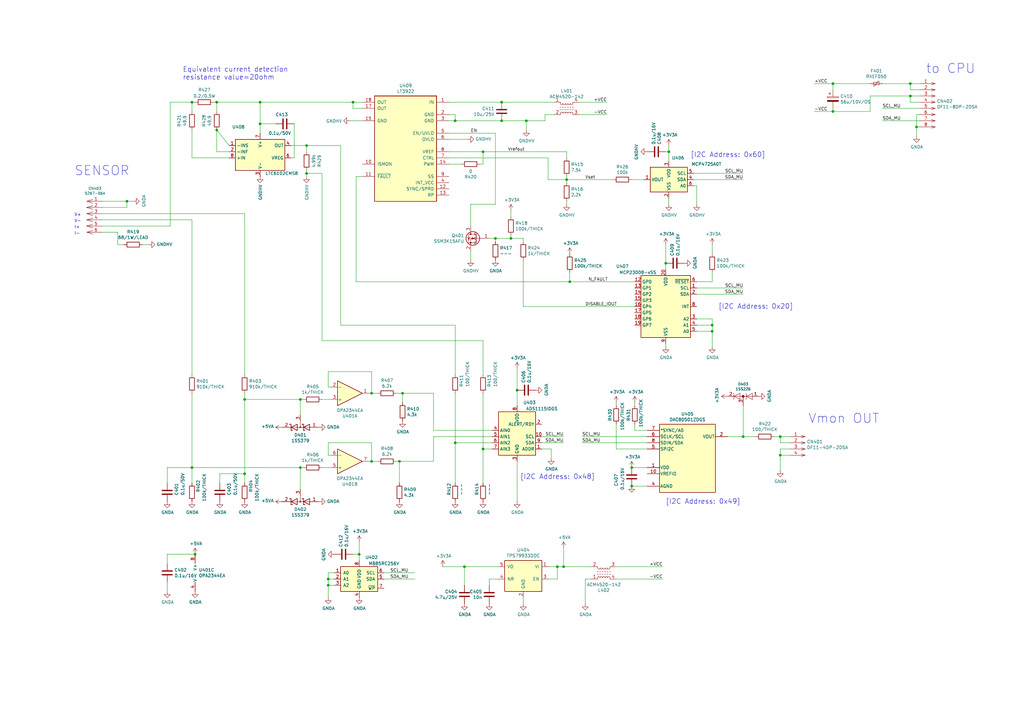
<source format=kicad_sch>
(kicad_sch (version 20211123) (generator eeschema)
  (paper "A3")
  (title_block (title "EH-900 L-He level meter") (date "2022-04-19") (rev "01") (company "Eagle Technology, Inc.") (comment 1 "Measurement") (comment 2 "DR20000195"))
  (lib_symbols
    (symbol "Amplifier_Current:LTC6102xMS8"
      (property "Reference" "U" (at -10.16 8.89 0))
      (property "Value" "LTC6102xMS8" (at 1.27 8.89 0))
      (symbol "LTC6102xMS8_1_1"
        (pin input line (at -12.7 5.08 0) (length 2.54) (name "-INS") (number "1"))
        (pin input line (at -12.7 2.54 0) (length 2.54) (name "-INF") (number "2"))
        (pin power_in line (at 0 -7.62 90) (length 2.54) (name "V-") (number "3"))
        (pin output line (at 12.7 5.08 180) (length 2.54) (name "OUT") (number "4"))
        (pin passive line (at 0 -7.62 90) (length 2.54) hide (name "V-") (number "5"))
        (pin output line (at 12.7 0 180) (length 2.54) (name "VREG") (number "6"))
        (pin power_in line (at 0 10.16 270) (length 2.54) (name "V+") (number "7"))
        (pin input line (at -12.7 0 0) (length 2.54) (name "+IN") (number "8"))
      )
    )
    (symbol "Device:C" (pin_numbers hide) (pin_names (offset 0.254))
      (property "Reference" "C" (at 0.635 2.54 0))
      (property "Value" "C" (at 0.635 -2.54 0))
      (symbol "C_1_1"
        (pin passive line (at 0 3.81 270) (length 2.794) (name "~") (number "1"))
        (pin passive line (at 0 -3.81 90) (length 2.794) (name "~") (number "2"))
      )
    )
    (symbol "Device:Polyfuse_Small" (pin_numbers hide) (pin_names (offset 0))
      (property "Reference" "F" (at -1.905 0 90))
      (property "Value" "Polyfuse_Small" (at 1.905 0 90))
      (symbol "Polyfuse_Small_1_1"
        (pin passive line (at 0 2.54 270) (length 0.635) (name "~") (number "1"))
        (pin passive line (at 0 -2.54 90) (length 0.635) (name "~") (number "2"))
      )
    )
    (symbol "EH-900-rescue:+3V3A-EH-900" (power) (pin_names (offset 0))
      (property "Value" "+3V3A-EH-900" (at 0 3.556 0))
      (symbol "+3V3A-EH-900_1_1"
        (pin power_in line (at 0 0 90) (length 0) hide (name "+3V3A") (number "1"))
      )
    )
    (symbol "EH-900-rescue:1SS-EH-900" (pin_names (offset 0) hide)
      (property "Reference" "D" (at 2.54 2.54 0))
      (property "Value" "1SS-EH-900" (at -4.826 -3.4544 0))
      (symbol "1SS-EH-900_1_0"
        (pin passive line (at 6.35 0 180) (length 2.54) (name "A") (number "1"))
        (pin passive line (at -6.35 0 0) (length 2.54) (name "C") (number "2"))
        (pin passive line (at 0 3.81 270) (length 3.81) (name "AC") (number "3"))
      )
    )
    (symbol "EH-900-rescue:ADS1115IDGS-EH-900"
      (property "Reference" "U" (at 2.54 13.97 0))
      (property "Value" "ADS1115IDGS-EH-900" (at 7.62 11.43 0))
      (symbol "ADS1115IDGS-EH-900_1_1"
        (pin input line (at 10.16 -5.08 180) (length 2.54) (name "ADDR") (number "1"))
        (pin input line (at 10.16 0 180) (length 2.54) (name "SCL") (number "10"))
        (pin output line (at 10.16 5.08 180) (length 2.54) (name "ALERT/RDY") (number "2"))
        (pin power_in line (at 0 -10.16 90) (length 2.54) (name "GND") (number "3"))
        (pin input line (at -10.16 2.54 0) (length 2.54) (name "AIN0") (number "4"))
        (pin input line (at -10.16 0 0) (length 2.54) (name "AIN1") (number "5"))
        (pin input line (at -10.16 -2.54 0) (length 2.54) (name "AIN2") (number "6"))
        (pin input line (at -10.16 -5.08 0) (length 2.54) (name "AIN3") (number "7"))
        (pin power_in line (at 0 12.7 270) (length 2.54) (name "VDD") (number "8"))
        (pin bidirectional line (at 10.16 -2.54 180) (length 2.54) (name "SDA") (number "9"))
      )
    )
    (symbol "EH-900-rescue:C-EH-900" (pin_numbers hide) (pin_names (offset 0.254))
      (property "Reference" "C" (at 0.635 2.54 0))
      (property "Value" "C-EH-900" (at 0.635 -2.54 0))
      (property "Vr" "16V" (at 0 0 0))
      (symbol "C-EH-900_1_1"
        (pin passive line (at 0 3.81 270) (length 2.794) (name "~") (number "1"))
        (pin passive line (at 0 -3.81 90) (length 2.794) (name "~") (number "2"))
      )
    )
    (symbol "EH-900-rescue:CP-Device" (pin_numbers hide) (pin_names (offset 0.254))
      (property "Reference" "C" (at 0.635 2.54 0))
      (property "Value" "CP-Device" (at 0.635 -2.54 0))
      (symbol "CP-Device_1_1"
        (pin passive line (at 0 3.81 270) (length 2.794) (name "~") (number "1"))
        (pin passive line (at 0 -3.81 90) (length 2.794) (name "~") (number "2"))
      )
    )
    (symbol "EH-900-rescue:CommonModeChork_1423-EH-900" (pin_names (offset 0.254) hide)
      (property "Reference" "L" (at 0 4.445 0))
      (property "Value" "CommonModeChork_1423-EH-900" (at 0 -4.445 0))
      (symbol "CommonModeChork_1423-EH-900_1_1"
        (pin passive line (at -5.08 2.54 0) (length 2.54) (name "1") (number "1"))
        (pin passive line (at -5.08 -2.54 0) (length 2.54) (name "2") (number "2"))
        (pin passive line (at 5.08 -2.54 180) (length 2.54) (name "3") (number "3"))
        (pin passive line (at 5.08 2.54 180) (length 2.54) (name "4") (number "4"))
      )
    )
    (symbol "EH-900-rescue:DAC80501ZDGS-EH-900" (pin_names (offset 0.254))
      (property "Reference" "U" (at 24.13 7.62 0))
      (property "Value" "DAC80501ZDGS-EH-900" (at 24.13 5.08 0))
      (symbol "DAC80501ZDGS-EH-900_1_1"
        (pin power_in line (at 8.89 -15.24 0) (length 5.08) (name "VDD") (number "1"))
        (pin power_in line (at 8.89 -17.78 0) (length 5.08) (name "VREFIO") (number "10"))
        (pin output line (at 41.91 -2.54 180) (length 5.08) (name "VOUT") (number "2"))
        (pin power_in line (at 8.89 -22.86 0) (length 5.08) (name "AGND") (number "4"))
        (pin input line (at 8.89 -7.62 0) (length 5.08) (name "SPI2C") (number "5"))
        (pin bidirectional line (at 8.89 -2.54 0) (length 5.08) (name "SCLK/SCL") (number "6"))
        (pin unspecified line (at 8.89 0 0) (length 5.08) (name "*SYNC/A0") (number "7"))
        (pin bidirectional line (at 8.89 -5.08 0) (length 5.08) (name "SDIN/SDA") (number "8"))
      )
    )
    (symbol "EH-900-rescue:DF11-4DP-2DSA-EH-900" (pin_names (offset 1.016))
      (property "Reference" "CN" (at 7.62 2.54 0))
      (property "Value" "DF11-4DP-2DSA-EH-900" (at 7.62 0 0))
      (symbol "DF11-4DP-2DSA-EH-900_1_0"
        (pin passive line (at -2.54 3.81 0) (length 5.08) (name "1") (number "1"))
        (pin passive line (at -2.54 1.27 0) (length 5.08) (name "2") (number "2"))
        (pin passive line (at -2.54 -1.27 0) (length 5.08) (name "3") (number "3"))
        (pin passive line (at -2.54 -3.81 0) (length 5.08) (name "4") (number "4"))
      )
    )
    (symbol "EH-900-rescue:DF11-8DP-2DSA-EH-900" (pin_names (offset 1.016))
      (property "Reference" "CN" (at 7.62 5.08 0))
      (property "Value" "DF11-8DP-2DSA-EH-900" (at 7.62 2.54 0))
      (symbol "DF11-8DP-2DSA-EH-900_1_0"
        (pin passive line (at -2.54 7.62 0) (length 5.08) (name "1") (number "1"))
        (pin passive line (at -2.54 5.08 0) (length 5.08) (name "2") (number "2"))
        (pin passive line (at -2.54 2.54 0) (length 5.08) (name "3") (number "3"))
        (pin passive line (at -2.54 0 0) (length 5.08) (name "4") (number "4"))
        (pin passive line (at -2.54 -2.54 0) (length 5.08) (name "5") (number "5"))
        (pin passive line (at -2.54 -5.08 0) (length 5.08) (name "6") (number "6"))
        (pin passive line (at -2.54 -7.62 0) (length 5.08) (name "7") (number "7"))
        (pin passive line (at -2.54 -10.16 0) (length 5.08) (name "8") (number "8"))
      )
    )
    (symbol "EH-900-rescue:D_Schottky_x2_Serial_AKC-Device" (pin_names (offset 0.762) hide)
      (property "Reference" "D" (at 1.27 -2.54 0))
      (property "Value" "D_Schottky_x2_Serial_AKC-Device" (at 0 2.54 0))
      (symbol "D_Schottky_x2_Serial_AKC-Device_0_1"
        (pin passive line (at -7.62 0 0) (length 3.81) (name "A") (number "1"))
        (pin passive line (at 7.62 0 180) (length 3.81) (name "K") (number "2"))
        (pin passive line (at 0 -5.08 90) (length 2.54) (name "common") (number "3"))
      )
    )
    (symbol "EH-900-rescue:GNDHV-EH-900" (power) (pin_names (offset 0))
      (property "Value" "GNDHV-EH-900" (at 0 -3.81 0))
      (symbol "GNDHV-EH-900_1_1"
        (pin power_in line (at 0 0 270) (length 0) hide (name "GNDHV") (number "1"))
      )
    )
    (symbol "EH-900-rescue:HNC2-2.5P-6DS-EH-900" (pin_names (offset 1.016))
      (property "Reference" "CN" (at 7.62 5.08 0))
      (property "Value" "HNC2-2.5P-6DS-EH-900" (at 7.62 2.54 0))
      (symbol "HNC2-2.5P-6DS-EH-900_0_0"
        (pin passive line (at -2.54 5.08 0) (length 5.08) (name "2") (number "2"))
      )
      (symbol "HNC2-2.5P-6DS-EH-900_1_0"
        (pin passive line (at -2.54 7.62 0) (length 5.08) (name "1") (number "1"))
        (pin passive line (at -2.54 2.54 0) (length 5.08) (name "3") (number "3"))
        (pin passive line (at -2.54 0 0) (length 5.08) (name "4") (number "4"))
        (pin passive line (at -2.54 -2.54 0) (length 5.08) (name "5") (number "5"))
        (pin passive line (at -2.54 -5.08 0) (length 5.08) (name "6") (number "6"))
      )
    )
    (symbol "EH-900-rescue:LT3922-EH-900" (pin_names (offset 1.016))
      (property "Reference" "U" (at -9.144 18.288 0))
      (property "Value" "LT3922-EH-900" (at -10.414 -28.194 0))
      (symbol "LT3922-EH-900_1_0"
        (pin power_in line (at -17.78 15.24 0) (length 5.08) (name "IN") (number "1"))
        (pin output line (at 17.78 -10.16 180) (length 5.08) (name "ISMON") (number "10"))
        (pin open_collector line (at 17.78 -15.24 180) (length 5.08) (name "~{FAULT}") (number "11"))
        (pin input line (at -17.78 -20.32 0) (length 5.08) (name "SYNC/SPRD") (number "12"))
        (pin input line (at -17.78 -22.86 0) (length 5.08) (name "RP") (number "13"))
        (pin input line (at -17.78 -10.16 0) (length 5.08) (name "PWM") (number "14"))
        (pin power_out line (at 17.78 7.62 180) (length 5.08) (name "GND") (number "15"))
        (pin power_out line (at 17.78 12.7 180) (length 5.08) (name "OUT") (number "17"))
        (pin power_out line (at 17.78 15.24 180) (length 5.08) (name "OUT") (number "18"))
        (pin power_in line (at -17.78 10.16 0) (length 5.08) (name "GND") (number "2"))
        (pin power_out line (at -17.78 7.62 0) (length 5.08) (name "GND") (number "3"))
        (pin output line (at -17.78 -17.78 0) (length 5.08) (name "INT_VCC") (number "4"))
        (pin input line (at -17.78 2.54 0) (length 5.08) (name "EN/UVLO") (number "5"))
        (pin input line (at -17.78 0 0) (length 5.08) (name "OVLO") (number "6"))
        (pin input line (at -17.78 -7.62 0) (length 5.08) (name "CTRL") (number "7"))
        (pin output line (at -17.78 -5.08 0) (length 5.08) (name "VREF") (number "8"))
        (pin input line (at -17.78 -15.24 0) (length 5.08) (name "SS") (number "9"))
      )
    )
    (symbol "EH-900-rescue:MB85RC256V-EH-900" (pin_names (offset 1.016))
      (property "Reference" "U" (at -7.62 6.35 0))
      (property "Value" "MB85RC256V-EH-900" (at 1.27 6.35 0))
      (symbol "MB85RC256V-EH-900_1_1"
        (pin input line (at -10.16 2.54 0) (length 2.54) (name "A0") (number "1"))
        (pin output line (at -10.16 0 0) (length 2.54) (name "A1") (number "2"))
        (pin input line (at -10.16 -2.54 0) (length 2.54) (name "A2") (number "3"))
        (pin power_in line (at 0 -7.62 90) (length 2.54) (name "GND") (number "4"))
        (pin input line (at 10.16 0 180) (length 2.54) (name "SDA") (number "5"))
        (pin input line (at 10.16 2.54 180) (length 2.54) (name "SCL") (number "6"))
        (pin input line (at 10.16 -3.81 180) (length 2.54) (name "~{WP}") (number "7"))
        (pin power_in line (at 0 7.62 270) (length 2.54) (name "VDD") (number "8"))
      )
    )
    (symbol "EH-900-rescue:MCP4725A0T-EH-900"
      (property "Reference" "U" (at -6.35 6.35 0))
      (property "Value" "MCP4725A0T-EH-900" (at 8.89 6.35 0))
      (symbol "MCP4725A0T-EH-900_1_1"
        (pin output line (at 10.16 0 180) (length 2.54) (name "VOUT") (number "1"))
        (pin power_in line (at 0 -7.62 90) (length 2.54) (name "VSS") (number "2"))
        (pin power_in line (at 0 7.62 270) (length 2.54) (name "VDD") (number "3"))
        (pin bidirectional line (at -10.16 0 0) (length 2.54) (name "SDA") (number "4"))
        (pin input line (at -10.16 2.54 0) (length 2.54) (name "SCL") (number "5"))
        (pin input line (at -10.16 -2.54 0) (length 2.54) (name "A0") (number "6"))
      )
    )
    (symbol "EH-900-rescue:OPA2344EA-ET_OPAMP_STD" (pin_names (offset 0.127))
      (property "Reference" "U" (at 0 5.08 0))
      (property "Value" "OPA2344EA-ET_OPAMP_STD" (at -1.27 -5.08 0))
      (symbol "OPA2344EA-ET_OPAMP_STD_1_1"
        (pin output line (at 7.62 0 180) (length 2.54) (name "~") (number "1"))
        (pin input line (at -7.62 -2.54 0) (length 2.54) (name "-") (number "2"))
        (pin input line (at -7.62 2.54 0) (length 2.54) (name "+") (number "3"))
      )
      (symbol "OPA2344EA-ET_OPAMP_STD_2_1"
        (pin input line (at -7.62 2.54 0) (length 2.54) (name "+") (number "5"))
        (pin input line (at -7.62 -2.54 0) (length 2.54) (name "-") (number "6"))
        (pin output line (at 7.62 0 180) (length 2.54) (name "~") (number "7"))
      )
      (symbol "OPA2344EA-ET_OPAMP_STD_3_1"
        (pin power_in line (at -2.54 -7.62 90) (length 3.81) (name "V-") (number "4"))
        (pin power_in line (at -2.54 7.62 270) (length 3.81) (name "V+") (number "8"))
      )
    )
    (symbol "EH-900-rescue:Q_NMOS_DGS-EH-900" (pin_names (offset 0) hide)
      (property "Reference" "Q" (at 5.08 1.27 0))
      (property "Value" "Q_NMOS_DGS-EH-900" (at 5.08 -1.27 0))
      (symbol "Q_NMOS_DGS-EH-900_1_1"
        (pin input line (at -5.08 0 0) (length 2.54) (name "G") (number "1"))
        (pin passive line (at 2.54 -5.08 90) (length 2.54) (name "S") (number "2"))
        (pin passive line (at 2.54 5.08 270) (length 2.54) (name "D") (number "3"))
      )
    )
    (symbol "EH-900-rescue:R-EH-900" (pin_numbers hide) (pin_names (offset 0))
      (property "Reference" "R" (at 2.032 0 90))
      (property "Value" "R-EH-900" (at 0 0 90))
      (symbol "R-EH-900_1_1"
        (pin passive line (at 0 3.81 270) (length 1.27) (name "~") (number "1"))
        (pin passive line (at 0 -3.81 90) (length 1.27) (name "~") (number "2"))
      )
    )
    (symbol "EH-900-rescue:R_Thick_1608_Pban-EH-900" (pin_numbers hide) (pin_names (offset 0))
      (property "Reference" "R" (at 2.032 0 90))
      (property "Value" "R_Thick_1608_Pban-EH-900" (at 0 0 90))
      (symbol "R_Thick_1608_Pban-EH-900_1_1"
        (pin passive line (at 0 3.81 270) (length 1.27) (name "~") (number "1"))
        (pin passive line (at 0 -3.81 90) (length 1.27) (name "~") (number "2"))
      )
    )
    (symbol "EH-900-rescue:TPS79933DDC-EH-900" (pin_names (offset 1.016))
      (property "Reference" "U" (at -7.62 5.715 0))
      (property "Value" "TPS79933DDC-EH-900" (at -7.62 3.175 0))
      (symbol "TPS79933DDC-EH-900_1_0"
        (pin power_in line (at -10.16 0 0) (length 2.54) (name "VI") (number "1"))
        (pin power_in line (at 0 -12.7 90) (length 2.54) (name "GND") (number "2"))
        (pin input line (at -10.16 -5.08 0) (length 2.54) (name "EN") (number "3"))
        (pin passive line (at 10.16 -5.08 180) (length 2.54) (name "NR") (number "4"))
        (pin power_out line (at 10.16 0 180) (length 2.54) (name "VO") (number "5"))
      )
    )
    (symbol "Interface_Expansion:MCP23008-xSS"
      (property "Reference" "U" (at -8.89 13.97 0))
      (property "Value" "MCP23008-xSS" (at 8.89 13.97 0))
      (symbol "MCP23008-xSS_1_1"
        (pin input line (at -12.7 7.62 0) (length 2.54) (name "SCL") (number "1"))
        (pin no_connect line (at -10.16 -2.54 0) (length 2.54) hide (name "NC") (number "10"))
        (pin no_connect line (at 10.16 -10.16 180) (length 2.54) hide (name "NC") (number "11"))
        (pin bidirectional line (at 12.7 10.16 180) (length 2.54) (name "GP0") (number "12"))
        (pin bidirectional line (at 12.7 7.62 180) (length 2.54) (name "GP1") (number "13"))
        (pin bidirectional line (at 12.7 5.08 180) (length 2.54) (name "GP2") (number "14"))
        (pin bidirectional line (at 12.7 2.54 180) (length 2.54) (name "GP3") (number "15"))
        (pin bidirectional line (at 12.7 0 180) (length 2.54) (name "GP4") (number "16"))
        (pin bidirectional line (at 12.7 -2.54 180) (length 2.54) (name "GP5") (number "17"))
        (pin bidirectional line (at 12.7 -5.08 180) (length 2.54) (name "GP6") (number "18"))
        (pin bidirectional line (at 12.7 -7.62 180) (length 2.54) (name "GP7") (number "19"))
        (pin bidirectional line (at -12.7 5.08 0) (length 2.54) (name "SDA") (number "2"))
        (pin power_in line (at 0 15.24 270) (length 2.54) (name "VDD") (number "20"))
        (pin input line (at -12.7 -5.08 0) (length 2.54) (name "A2") (number "3"))
        (pin input line (at -12.7 -7.62 0) (length 2.54) (name "A1") (number "4"))
        (pin input line (at -12.7 -10.16 0) (length 2.54) (name "A0") (number "5"))
        (pin input line (at -12.7 10.16 0) (length 2.54) (name "~{RESET}") (number "6"))
        (pin no_connect line (at -10.16 2.54 0) (length 2.54) hide (name "NC") (number "7"))
        (pin output line (at -12.7 0 0) (length 2.54) (name "INT") (number "8"))
        (pin power_in line (at 0 -15.24 90) (length 2.54) (name "VSS") (number "9"))
      )
    )
    (symbol "power:+5VA" (power) (pin_names (offset 0))
      (property "Value" "+5VA" (at 0 3.556 0))
      (symbol "+5VA_1_1"
        (pin power_in line (at 0 0 90) (length 0) hide (name "+5VA") (number "1"))
      )
    )
    (symbol "power:GNDA" (power) (pin_names (offset 0))
      (property "Value" "GNDA" (at 0 -3.81 0))
      (symbol "GNDA_1_1"
        (pin power_in line (at 0 0 270) (length 0) hide (name "GNDA") (number "1"))
      )
    )
  )
  (junction (at 78.74 191.77))
  (junction (at 144.78 41.91))
  (junction (at 198.12 62.23))
  (junction (at 304.8 179.07))
  (junction (at 231.14 232.41))
  (junction (at 78.74 41.91))
  (junction (at 152.4 189.23))
  (junction (at 134.62 237.49))
  (junction (at 190.5 232.41))
  (junction (at 228.6 232.41))
  (junction (at 232.41 73.66))
  (junction (at 205.74 49.53))
  (junction (at 320.04 186.69))
  (junction (at 198.12 184.15))
  (junction (at 147.32 227.33))
  (junction (at 273.05 107.95))
  (junction (at 88.9 53.34))
  (junction (at 341.63 34.29))
  (junction (at 233.68 115.57))
  (junction (at 259.08 199.39))
  (junction (at 203.2 97.79))
  (junction (at 209.55 97.79))
  (junction (at 186.69 49.53))
  (junction (at 88.9 41.91))
  (junction (at 123.19 163.83))
  (junction (at 134.62 240.03))
  (junction (at 205.74 41.91))
  (junction (at 100.33 163.83))
  (junction (at 100.33 194.31))
  (junction (at 80.01 227.33))
  (junction (at 163.83 189.23))
  (junction (at 320.04 179.07))
  (junction (at 215.9 49.53))
  (junction (at 274.32 62.23))
  (junction (at 52.07 82.55))
  (junction (at 259.08 191.77))
  (junction (at 123.19 191.77))
  (junction (at 106.68 50.8))
  (junction (at 125.73 71.12))
  (junction (at 341.63 45.72))
  (junction (at 152.4 161.29))
  (junction (at 125.73 59.69))
  (junction (at 292.1 135.89))
  (junction (at 212.09 160.02))
  (junction (at 292.1 133.35))
  (junction (at 186.69 181.61))
  (junction (at 373.38 39.37))
  (junction (at 106.68 41.91))
  (junction (at 373.38 34.29))
  (junction (at 165.1 161.29))
  (junction (at 375.92 52.07))
  (wire (pts (xy 320.04 186.69) (xy 323.85 186.69)))
  (wire (pts (xy 232.41 72.39) (xy 232.41 73.66)))
  (wire (pts (xy 68.58 198.12) (xy 68.58 191.77)))
  (wire (pts (xy 132.08 191.77) (xy 135.89 191.77)))
  (wire (pts (xy 90.17 194.31) (xy 100.33 194.31)))
  (wire (pts (xy 134.62 158.75) (xy 134.62 152.4)))
  (wire (pts (xy 232.41 82.55) (xy 232.41 83.82)))
  (wire (pts (xy 80.01 228.6) (xy 80.01 227.33)))
  (wire (pts (xy 198.12 62.23) (xy 232.41 62.23)))
  (wire (pts (xy 214.63 125.73) (xy 214.63 106.68)))
  (wire (pts (xy 377.19 39.37) (xy 373.38 39.37)))
  (wire (pts (xy 135.89 158.75) (xy 134.62 158.75)))
  (wire (pts (xy 162.56 189.23) (xy 163.83 189.23)))
  (wire (pts (xy 134.62 234.95) (xy 134.62 237.49)))
  (wire (pts (xy 139.7 59.69) (xy 139.7 133.35)))
  (wire (pts (xy 231.14 232.41) (xy 242.57 232.41)))
  (wire (pts (xy 232.41 73.66) (xy 251.46 73.66)))
  (wire (pts (xy 204.47 232.41) (xy 190.5 232.41)))
  (wire (pts (xy 41.91 82.55) (xy 52.07 82.55)))
  (wire (pts (xy 186.69 46.99) (xy 186.69 49.53)))
  (wire (pts (xy 87.63 41.91) (xy 88.9 41.91)))
  (wire (pts (xy 284.48 76.2) (xy 285.75 76.2)))
  (wire (pts (xy 177.8 161.29) (xy 165.1 161.29)))
  (wire (pts (xy 177.8 176.53) (xy 177.8 161.29)))
  (wire (pts (xy 78.74 90.17) (xy 41.91 90.17)))
  (wire (pts (xy 265.43 191.77) (xy 259.08 191.77)))
  (wire (pts (xy 88.9 41.91) (xy 106.68 41.91)))
  (wire (pts (xy 361.95 44.45) (xy 377.19 44.45)))
  (wire (pts (xy 186.69 181.61) (xy 201.93 181.61)))
  (wire (pts (xy 205.74 41.91) (xy 184.15 41.91)))
  (wire (pts (xy 201.93 179.07) (xy 177.8 179.07)))
  (wire (pts (xy 356.87 39.37) (xy 356.87 45.72)))
  (wire (pts (xy 147.32 222.25) (xy 147.32 227.33)))
  (wire (pts (xy 144.78 44.45) (xy 148.59 44.45)))
  (wire (pts (xy 285.75 118.11) (xy 304.8 118.11)))
  (wire (pts (xy 320.04 181.61) (xy 320.04 179.07)))
  (wire (pts (xy 285.75 135.89) (xy 292.1 135.89)))
  (wire (pts (xy 41.91 92.71) (xy 69.85 92.71)))
  (wire (pts (xy 137.16 234.95) (xy 134.62 234.95)))
  (wire (pts (xy 69.85 41.91) (xy 78.74 41.91)))
  (wire (pts (xy 375.92 46.99) (xy 377.19 46.99)))
  (wire (pts (xy 284.48 73.66) (xy 304.8 73.66)))
  (wire (pts (xy 284.48 71.12) (xy 304.8 71.12)))
  (wire (pts (xy 212.09 160.02) (xy 212.09 151.13)))
  (wire (pts (xy 152.4 189.23) (xy 154.94 189.23)))
  (wire (pts (xy 341.63 44.45) (xy 341.63 45.72)))
  (wire (pts (xy 212.09 166.37) (xy 212.09 160.02)))
  (wire (pts (xy 265.43 176.53) (xy 260.35 176.53)))
  (wire (pts (xy 137.16 240.03) (xy 134.62 240.03)))
  (wire (pts (xy 106.68 54.61) (xy 106.68 50.8)))
  (wire (pts (xy 119.38 59.69) (xy 125.73 59.69)))
  (wire (pts (xy 134.62 237.49) (xy 134.62 240.03)))
  (wire (pts (xy 113.03 50.8) (xy 106.68 50.8)))
  (wire (pts (xy 88.9 53.34) (xy 88.9 62.23)))
  (wire (pts (xy 260.35 125.73) (xy 214.63 125.73)))
  (wire (pts (xy 260.35 176.53) (xy 260.35 173.99)))
  (wire (pts (xy 285.75 115.57) (xy 292.1 115.57)))
  (wire (pts (xy 165.1 161.29) (xy 165.1 165.1)))
  (wire (pts (xy 323.85 181.61) (xy 320.04 181.61)))
  (wire (pts (xy 152.4 161.29) (xy 151.13 161.29)))
  (wire (pts (xy 252.73 184.15) (xy 252.73 173.99)))
  (wire (pts (xy 224.79 64.77) (xy 224.79 73.66)))
  (wire (pts (xy 139.7 133.35) (xy 186.69 133.35)))
  (wire (pts (xy 375.92 52.07) (xy 375.92 55.88)))
  (wire (pts (xy 209.55 96.52) (xy 209.55 97.79)))
  (wire (pts (xy 228.6 232.41) (xy 231.14 232.41)))
  (wire (pts (xy 135.89 186.69) (xy 134.62 186.69)))
  (wire (pts (xy 146.05 72.39) (xy 146.05 115.57)))
  (wire (pts (xy 203.2 54.61) (xy 203.2 83.82)))
  (wire (pts (xy 184.15 46.99) (xy 186.69 46.99)))
  (wire (pts (xy 309.88 179.07) (xy 304.8 179.07)))
  (wire (pts (xy 48.26 95.25) (xy 48.26 100.33)))
  (wire (pts (xy 78.74 153.67) (xy 78.74 90.17)))
  (wire (pts (xy 134.62 181.61) (xy 152.4 181.61)))
  (wire (pts (xy 123.19 200.66) (xy 123.19 191.77)))
  (wire (pts (xy 237.49 41.91) (xy 248.92 41.91)))
  (wire (pts (xy 375.92 52.07) (xy 377.19 52.07)))
  (wire (pts (xy 201.93 184.15) (xy 198.12 184.15)))
  (wire (pts (xy 88.9 45.72) (xy 88.9 41.91)))
  (wire (pts (xy 68.58 191.77) (xy 78.74 191.77)))
  (wire (pts (xy 377.19 49.53) (xy 361.95 49.53)))
  (wire (pts (xy 223.52 49.53) (xy 215.9 49.53)))
  (wire (pts (xy 41.91 87.63) (xy 100.33 87.63)))
  (wire (pts (xy 186.69 161.29) (xy 186.69 181.61)))
  (wire (pts (xy 304.8 166.37) (xy 304.8 179.07)))
  (wire (pts (xy 134.62 240.03) (xy 134.62 245.11)))
  (wire (pts (xy 177.8 189.23) (xy 163.83 189.23)))
  (wire (pts (xy 273.05 110.49) (xy 273.05 107.95)))
  (wire (pts (xy 356.87 45.72) (xy 341.63 45.72)))
  (wire (pts (xy 222.25 179.07) (xy 231.14 179.07)))
  (wire (pts (xy 123.19 163.83) (xy 124.46 163.83)))
  (wire (pts (xy 88.9 62.23) (xy 93.98 62.23)))
  (wire (pts (xy 134.62 186.69) (xy 134.62 181.61)))
  (wire (pts (xy 198.12 161.29) (xy 198.12 184.15)))
  (wire (pts (xy 184.15 57.15) (xy 191.77 57.15)))
  (wire (pts (xy 93.98 64.77) (xy 78.74 64.77)))
  (wire (pts (xy 52.07 82.55) (xy 54.61 82.55)))
  (wire (pts (xy 152.4 189.23) (xy 151.13 189.23)))
  (wire (pts (xy 120.65 64.77) (xy 119.38 64.77)))
  (wire (pts (xy 224.79 73.66) (xy 232.41 73.66)))
  (wire (pts (xy 162.56 161.29) (xy 165.1 161.29)))
  (wire (pts (xy 120.65 50.8) (xy 120.65 64.77)))
  (wire (pts (xy 152.4 152.4) (xy 152.4 161.29)))
  (wire (pts (xy 137.16 237.49) (xy 134.62 237.49)))
  (wire (pts (xy 132.08 139.7) (xy 132.08 71.12)))
  (wire (pts (xy 201.93 176.53) (xy 177.8 176.53)))
  (wire (pts (xy 132.08 139.7) (xy 198.12 139.7)))
  (wire (pts (xy 252.73 237.49) (xy 271.78 237.49)))
  (wire (pts (xy 52.07 85.09) (xy 41.91 85.09)))
  (wire (pts (xy 226.06 184.15) (xy 226.06 187.96)))
  (wire (pts (xy 184.15 62.23) (xy 198.12 62.23)))
  (wire (pts (xy 152.4 161.29) (xy 154.94 161.29)))
  (wire (pts (xy 274.32 62.23) (xy 273.05 62.23)))
  (wire (pts (xy 69.85 92.71) (xy 69.85 41.91)))
  (wire (pts (xy 212.09 189.23) (xy 212.09 205.74)))
  (wire (pts (xy 377.19 34.29) (xy 373.38 34.29)))
  (wire (pts (xy 146.05 115.57) (xy 233.68 115.57)))
  (wire (pts (xy 375.92 46.99) (xy 375.92 52.07)))
  (wire (pts (xy 227.33 41.91) (xy 205.74 41.91)))
  (wire (pts (xy 233.68 115.57) (xy 260.35 115.57)))
  (wire (pts (xy 48.26 100.33) (xy 50.8 100.33)))
  (wire (pts (xy 373.38 41.91) (xy 377.19 41.91)))
  (wire (pts (xy 215.9 49.53) (xy 205.74 49.53)))
  (wire (pts (xy 259.08 199.39) (xy 265.43 199.39)))
  (wire (pts (xy 320.04 184.15) (xy 320.04 186.69)))
  (wire (pts (xy 152.4 181.61) (xy 152.4 189.23)))
  (wire (pts (xy 177.8 179.07) (xy 177.8 189.23)))
  (wire (pts (xy 223.52 46.99) (xy 223.52 49.53)))
  (wire (pts (xy 186.69 49.53) (xy 205.74 49.53)))
  (wire (pts (xy 125.73 59.69) (xy 139.7 59.69)))
  (wire (pts (xy 58.42 100.33) (xy 60.96 100.33)))
  (wire (pts (xy 68.58 238.76) (xy 68.58 242.57)))
  (wire (pts (xy 184.15 54.61) (xy 203.2 54.61)))
  (wire (pts (xy 106.68 41.91) (xy 144.78 41.91)))
  (wire (pts (xy 228.6 232.41) (xy 228.6 237.49)))
  (wire (pts (xy 285.75 133.35) (xy 292.1 133.35)))
  (wire (pts (xy 274.32 62.23) (xy 274.32 59.69)))
  (wire (pts (xy 215.9 53.34) (xy 215.9 49.53)))
  (wire (pts (xy 193.04 102.87) (xy 193.04 106.68)))
  (wire (pts (xy 265.43 181.61) (xy 238.76 181.61)))
  (wire (pts (xy 356.87 34.29) (xy 341.63 34.29)))
  (wire (pts (xy 78.74 64.77) (xy 78.74 53.34)))
  (wire (pts (xy 224.79 237.49) (xy 228.6 237.49)))
  (wire (pts (xy 240.03 237.49) (xy 240.03 247.65)))
  (wire (pts (xy 232.41 73.66) (xy 232.41 74.93)))
  (wire (pts (xy 198.12 67.31) (xy 198.12 62.23)))
  (wire (pts (xy 68.58 231.14) (xy 68.58 227.33)))
  (wire (pts (xy 373.38 34.29) (xy 361.95 34.29)))
  (wire (pts (xy 193.04 83.82) (xy 203.2 83.82)))
  (wire (pts (xy 134.62 152.4) (xy 152.4 152.4)))
  (wire (pts (xy 273.05 140.97) (xy 273.05 142.24)))
  (wire (pts (xy 227.33 46.99) (xy 223.52 46.99)))
  (wire (pts (xy 193.04 92.71) (xy 193.04 83.82)))
  (wire (pts (xy 190.5 232.41) (xy 190.5 240.03)))
  (wire (pts (xy 100.33 163.83) (xy 123.19 163.83)))
  (wire (pts (xy 123.19 191.77) (xy 124.46 191.77)))
  (wire (pts (xy 148.59 72.39) (xy 146.05 72.39)))
  (wire (pts (xy 196.85 67.31) (xy 198.12 67.31)))
  (wire (pts (xy 184.15 64.77) (xy 224.79 64.77)))
  (wire (pts (xy 204.47 237.49) (xy 200.66 237.49)))
  (wire (pts (xy 90.17 198.12) (xy 90.17 194.31)))
  (wire (pts (xy 377.19 36.83) (xy 373.38 36.83)))
  (wire (pts (xy 143.51 49.53) (xy 148.59 49.53)))
  (wire (pts (xy 100.33 194.31) (xy 100.33 163.83)))
  (wire (pts (xy 323.85 184.15) (xy 320.04 184.15)))
  (wire (pts (xy 41.91 95.25) (xy 48.26 95.25)))
  (wire (pts (xy 100.33 161.29) (xy 100.33 163.83)))
  (wire (pts (xy 200.66 237.49) (xy 200.66 240.03)))
  (wire (pts (xy 252.73 232.41) (xy 271.78 232.41)))
  (wire (pts (xy 292.1 130.81) (xy 292.1 133.35)))
  (wire (pts (xy 209.55 97.79) (xy 214.63 97.79)))
  (wire (pts (xy 186.69 181.61) (xy 186.69 198.12)))
  (wire (pts (xy 214.63 97.79) (xy 214.63 99.06)))
  (wire (pts (xy 265.43 179.07) (xy 238.76 179.07)))
  (wire (pts (xy 186.69 133.35) (xy 186.69 153.67)))
  (wire (pts (xy 341.63 45.72) (xy 334.01 45.72)))
  (wire (pts (xy 144.78 44.45) (xy 144.78 41.91)))
  (wire (pts (xy 203.2 97.79) (xy 209.55 97.79)))
  (wire (pts (xy 265.43 184.15) (xy 252.73 184.15)))
  (wire (pts (xy 125.73 71.12) (xy 125.73 72.39)))
  (wire (pts (xy 224.79 232.41) (xy 228.6 232.41)))
  (wire (pts (xy 341.63 34.29) (xy 334.01 34.29)))
  (wire (pts (xy 285.75 120.65) (xy 304.8 120.65)))
  (wire (pts (xy 317.5 179.07) (xy 320.04 179.07)))
  (wire (pts (xy 274.32 81.28) (xy 274.32 83.82)))
  (wire (pts (xy 78.74 45.72) (xy 78.74 41.91)))
  (wire (pts (xy 292.1 115.57) (xy 292.1 111.76)))
  (wire (pts (xy 68.58 227.33) (xy 80.01 227.33)))
  (wire (pts (xy 273.05 107.95) (xy 273.05 100.33)))
  (wire (pts (xy 292.1 104.14) (xy 292.1 100.33)))
  (wire (pts (xy 260.35 165.1) (xy 260.35 166.37)))
  (wire (pts (xy 78.74 41.91) (xy 80.01 41.91)))
  (wire (pts (xy 320.04 179.07) (xy 323.85 179.07)))
  (wire (pts (xy 198.12 184.15) (xy 198.12 198.12)))
  (wire (pts (xy 125.73 69.85) (xy 125.73 71.12)))
  (wire (pts (xy 341.63 36.83) (xy 341.63 34.29)))
  (wire (pts (xy 181.61 232.41) (xy 190.5 232.41)))
  (wire (pts (xy 292.1 133.35) (xy 292.1 135.89)))
  (wire (pts (xy 148.59 41.91) (xy 144.78 41.91)))
  (wire (pts (xy 203.2 99.06) (xy 203.2 97.79)))
  (wire (pts (xy 147.32 227.33) (xy 147.32 229.87)))
  (wire (pts (xy 237.49 46.99) (xy 248.92 46.99)))
  (wire (pts (xy 373.38 36.83) (xy 373.38 34.29)))
  (wire (pts (xy 52.07 82.55) (xy 52.07 85.09)))
  (wire (pts (xy 100.33 87.63) (xy 100.33 153.67)))
  (wire (pts (xy 125.73 59.69) (xy 125.73 62.23)))
  (wire (pts (xy 200.66 97.79) (xy 203.2 97.79)))
  (wire (pts (xy 93.98 59.69) (xy 88.9 53.34)))
  (wire (pts (xy 157.48 237.49) (xy 170.18 237.49)))
  (wire (pts (xy 356.87 39.37) (xy 373.38 39.37)))
  (wire (pts (xy 78.74 198.12) (xy 78.74 191.77)))
  (wire (pts (xy 157.48 234.95) (xy 170.18 234.95)))
  (wire (pts (xy 144.78 227.33) (xy 147.32 227.33)))
  (wire (pts (xy 292.1 135.89) (xy 292.1 142.24)))
  (wire (pts (xy 373.38 41.91) (xy 373.38 39.37)))
  (wire (pts (xy 209.55 88.9) (xy 209.55 86.36)))
  (wire (pts (xy 132.08 163.83) (xy 135.89 163.83)))
  (wire (pts (xy 78.74 191.77) (xy 123.19 191.77)))
  (wire (pts (xy 285.75 76.2) (xy 285.75 83.82)))
  (wire (pts (xy 222.25 181.61) (xy 231.14 181.61)))
  (wire (pts (xy 222.25 184.15) (xy 226.06 184.15)))
  (wire (pts (xy 274.32 66.04) (xy 274.32 62.23)))
  (wire (pts (xy 106.68 50.8) (xy 106.68 41.91)))
  (wire (pts (xy 304.8 179.07) (xy 298.45 179.07)))
  (wire (pts (xy 285.75 130.81) (xy 292.1 130.81)))
  (wire (pts (xy 242.57 237.49) (xy 240.03 237.49)))
  (wire (pts (xy 100.33 198.12) (xy 100.33 194.31)))
  (wire (pts (xy 259.08 73.66) (xy 264.16 73.66)))
  (wire (pts (xy 252.73 165.1) (xy 252.73 166.37)))
  (wire (pts (xy 232.41 62.23) (xy 232.41 64.77)))
  (wire (pts (xy 214.63 245.11) (xy 214.63 247.65)))
  (wire (pts (xy 320.04 186.69) (xy 320.04 193.04)))
  (wire (pts (xy 123.19 170.18) (xy 123.19 163.83)))
  (wire (pts (xy 231.14 224.79) (xy 231.14 232.41)))
  (wire (pts (xy 132.08 71.12) (xy 125.73 71.12)))
  (wire (pts (xy 163.83 189.23) (xy 163.83 198.12)))
  (wire (pts (xy 184.15 49.53) (xy 186.69 49.53)))
  (wire (pts (xy 184.15 67.31) (xy 189.23 67.31)))
  (wire (pts (xy 198.12 153.67) (xy 198.12 139.7)))
  (wire (pts (xy 233.68 111.76) (xy 233.68 115.57)))
  (wire (pts (xy 78.74 191.77) (xy 78.74 161.29)))
  (text "I-" (at 30.48 96.52 0) (effects (font (size 1.27 1.27)) (justify left bottom)))
  (text "V+" (at 30.48 88.9 0) (effects (font (size 1.27 1.27)) (justify left bottom)))
  (text "Equivalent current detection \nresistance value=20ohm\n" (at 74.93 33.02 0) (effects (font (size 2.0066 2.0066)) (justify left bottom)))
  (text "to CPU" (at 379.73 30.48 0) (effects (font (size 3.81 3.81)) (justify left bottom)))
  (text "[I2C Address: 0x49]" (at 273.05 207.01 0) (effects (font (size 2.0066 2.0066)) (justify left bottom)))
  (text "Vmon OUT\n" (at 331.47 173.99 0) (effects (font (size 3.81 3.81)) (justify left bottom)))
  (text "[I2C Address: 0x60]" (at 283.21 64.77 0) (effects (font (size 2.0066 2.0066)) (justify left bottom)))
  (text "I+" (at 30.48 93.98 0) (effects (font (size 1.27 1.27)) (justify left bottom)))
  (text "[I2C Address: 0x48]" (at 213.36 196.85 0) (effects (font (size 2.0066 2.0066)) (justify left bottom)))
  (text "SENSOR" (at 30.48 72.39 0) (effects (font (size 3.81 3.81)) (justify left bottom)))
  (text "[I2C Address: 0x20]" (at 294.64 127 0) (effects (font (size 2.0066 2.0066)) (justify left bottom)))
  (text "V-" (at 30.48 91.44 0) (effects (font (size 1.27 1.27)) (justify left bottom)))
  (label "SDA_MU" (at 304.8 120.65 180))
  (label "SCL_MU" (at 160.02 234.95 0))
  (label "+VCC" (at 334.01 34.29 0))
  (label "SCL_MU" (at 304.8 118.11 180))
  (label "SCL_MU" (at 361.95 44.45 0))
  (label "DISABLE_IOUT" (at 240.03 125.73 0))
  (label "-VCC" (at 334.01 45.72 0))
  (label "SDA_MU" (at 231.14 181.61 180))
  (label "-VCC" (at 248.92 46.99 180))
  (label "SDA_MU" (at 304.8 73.66 180))
  (label "Vset" (at 240.03 73.66 0))
  (label "+VCC" (at 248.92 41.91 180))
  (label "SDA_MU" (at 361.95 49.53 0))
  (label "N_FAULT" (at 241.3 115.57 0))
  (label "EN" (at 193.04 54.61 0))
  (label "+VCC" (at 271.78 232.41 180))
  (label "-VCC" (at 271.78 237.49 180))
  (label "SCL_MU" (at 304.8 71.12 180))
  (label "SCL_MU" (at 238.76 179.07 0))
  (label "SCL_MU" (at 231.14 179.07 180))
  (label "SDA_MU" (at 160.02 237.49 0))
  (label "SDA_MU" (at 238.76 181.61 0))
  (label "Vrefout" (at 208.28 62.23 0))
  (symbol (lib_id "EH-900-rescue:OPA2344EA-ET_OPAMP_STD") (at 143.51 161.29 0) (mirror x) (unit 1)
    (property "Reference" "U401" (at 143.51 170.6118 0))
    (property "Value" "OPA2344EA" (at 143.51 168.3004 0))
    (property "Footprint" "Package_SO:TSSOP-8_3x3mm_P0.65mm" (effects hide))
    (property "Datasheet" "https://www.tij.co.jp/product/jp/OPA2344" (effects hide))
    (property "Marking" "C44" (effects hide))
  )
  (symbol (lib_id "EH-900-rescue:OPA2344EA-ET_OPAMP_STD") (at 143.51 189.23 0) (mirror x) (unit 2)
    (property "Reference" "U401" (at 143.51 198.5518 0))
    (property "Value" "OPA2344EA" (at 143.51 196.2404 0))
    (property "Footprint" "Package_SO:TSSOP-8_3x3mm_P0.65mm" (effects hide))
    (property "Datasheet" "https://www.tij.co.jp/product/jp/OPA2344" (effects hide))
    (property "PackageName" "MSOP8" (effects hide))
    (property "Marking" "C44" (effects hide))
  )
  (symbol (lib_id "EH-900-rescue:R-EH-900") (at 158.75 161.29 270) (unit 1)
    (property "Reference" "R407" (at 158.75 156.0322 90))
    (property "Value" "6.2k" (at 158.75 158.3436 90))
    (property "Footprint" "Resistor_SMD:R_0603_1608Metric_Pad0.98x0.95mm_HandSolder" (effects hide))
    (property "Material" "THIN" (effects hide))
    (property "Power" "1/16" (effects hide))
    (property "Soldering" "SMD" (effects hide))
  )
  (symbol (lib_id "EH-900-rescue:R-EH-900") (at 100.33 201.93 180) (unit 1)
    (property "Reference" "R404" (at 102.87 201.93 90) (effects (justify right)))
    (property "Value" "100k/THICK" (at 105.41 205.74 90) (effects (justify right)))
    (property "Footprint" "Resistor_SMD:R_0603_1608Metric_Pad0.98x0.95mm_HandSolder" (effects hide))
    (property "Material" "THIN" (effects hide))
    (property "Power" "1/16" (effects hide))
    (property "Soldering" "SMD" (effects hide))
  )
  (symbol (lib_id "EH-900-rescue:R-EH-900") (at 78.74 201.93 0) (unit 1)
    (property "Reference" "R402" (at 81.28 201.93 90) (effects (justify left)))
    (property "Value" "100k/THICK" (at 83.82 205.74 90) (effects (justify left)))
    (property "Footprint" "Resistor_SMD:R_0603_1608Metric_Pad0.98x0.95mm_HandSolder" (effects hide))
    (property "Material" "THIN" (effects hide))
    (property "Power" "1/16" (effects hide))
    (property "Soldering" "SMD" (effects hide))
  )
  (symbol (lib_id "EH-900-rescue:R-EH-900") (at 100.33 157.48 0) (unit 1)
    (property "Reference" "R403" (at 102.108 156.3116 0) (effects (justify left)))
    (property "Value" "910k/THICK" (at 102.108 158.623 0) (effects (justify left)))
    (property "Footprint" "Resistor_SMD:R_0603_1608Metric_Pad0.98x0.95mm_HandSolder" (effects hide))
    (property "Material" "THICK" (effects hide))
    (property "Power" "1/16" (effects hide))
    (property "Soldering" "SMD" (effects hide))
  )
  (symbol (lib_id "EH-900-rescue:R-EH-900") (at 78.74 157.48 0) (unit 1)
    (property "Reference" "R401" (at 80.518 156.3116 0) (effects (justify left)))
    (property "Value" "910k/THICK" (at 80.518 158.623 0) (effects (justify left)))
    (property "Footprint" "Resistor_SMD:R_0603_1608Metric_Pad0.98x0.95mm_HandSolder" (effects hide))
    (property "Material" "THICK" (effects hide))
    (property "Power" "1/16" (effects hide))
    (property "Soldering" "SMD" (effects hide))
  )
  (symbol (lib_id "power:GNDA") (at 100.33 205.74 0) (unit 1)
    (property "Reference" "#PWR0407" (effects hide))
    (property "Value" "GNDA" (at 100.457 210.1342 0))
  )
  (symbol (lib_id "power:GNDA") (at 78.74 205.74 0) (unit 1)
    (property "Reference" "#PWR0403" (effects hide))
    (property "Value" "GNDA" (at 78.867 210.1342 0))
  )
  (symbol (lib_id "EH-900-rescue:R-EH-900") (at 165.1 168.91 0) (unit 1)
    (property "Reference" "R410" (at 166.878 167.7416 0) (effects (justify left)))
    (property "Value" "4.3k" (at 166.878 170.053 0) (effects (justify left)))
    (property "Footprint" "Resistor_SMD:R_0603_1608Metric_Pad0.98x0.95mm_HandSolder" (effects hide))
    (property "Material" "THIN" (effects hide))
    (property "Power" "1/16" (effects hide))
    (property "Soldering" "SMD" (effects hide))
  )
  (symbol (lib_id "EH-900-rescue:R-EH-900") (at 163.83 201.93 0) (unit 1)
    (property "Reference" "R409" (at 165.608 200.7616 0) (effects (justify left)))
    (property "Value" "4.3k" (at 165.608 203.073 0) (effects (justify left)))
    (property "Footprint" "Resistor_SMD:R_0603_1608Metric_Pad0.98x0.95mm_HandSolder" (effects hide))
    (property "Material" "THIN" (effects hide))
    (property "Power" "1/16" (effects hide))
    (property "Soldering" "SMD" (effects hide))
  )
  (symbol (lib_id "EH-900-rescue:R-EH-900") (at 158.75 189.23 270) (unit 1)
    (property "Reference" "R408" (at 158.75 183.9722 90))
    (property "Value" "6.2k" (at 158.75 186.2836 90))
    (property "Footprint" "Resistor_SMD:R_0603_1608Metric_Pad0.98x0.95mm_HandSolder" (effects hide))
    (property "Material" "THIN" (effects hide))
    (property "Power" "1/16" (effects hide))
    (property "Soldering" "SMD" (effects hide))
  )
  (symbol (lib_id "power:GNDA") (at 165.1 172.72 0) (unit 1)
    (property "Reference" "#PWR0413" (effects hide))
    (property "Value" "GNDA" (at 165.227 177.1142 0))
  )
  (symbol (lib_id "power:GNDA") (at 163.83 205.74 0) (unit 1)
    (property "Reference" "#PWR0412" (effects hide))
    (property "Value" "GNDA" (at 163.957 210.1342 0))
  )
  (symbol (lib_id "power:GNDA") (at 130.81 175.26 90) (unit 1)
    (property "Reference" "#PWR0410" (effects hide))
    (property "Value" "GNDA" (at 134.0612 175.133 90) (effects (justify right)))
  )
  (symbol (lib_id "EH-900-rescue:D_Schottky_x2_Serial_AKC-Device") (at 123.19 205.74 180) (unit 1)
    (property "Reference" "D402" (at 123.19 208.915 0))
    (property "Value" "1SS379" (at 123.19 211.2264 0))
    (property "Footprint" "EH-900:D_SOT-236MOD_AKC" (effects hide))
    (property "Datasheet" "https://toshiba.semicon-storage.com/jp/semiconductor/product/diodes/detail.1SS379.html" (effects hide))
  )
  (symbol (lib_id "power:GNDA") (at 130.81 205.74 90) (unit 1)
    (property "Reference" "#PWR0411" (effects hide))
    (property "Value" "GNDA" (at 134.0612 205.613 90) (effects (justify right)))
  )
  (symbol (lib_id "power:+5VA") (at 115.57 205.74 90) (unit 1)
    (property "Reference" "#PWR0409" (effects hide))
    (property "Value" "+5VA" (at 112.3442 205.359 90) (effects (justify left)))
  )
  (symbol (lib_id "power:+5VA") (at 115.57 175.26 90) (unit 1)
    (property "Reference" "#PWR0408" (effects hide))
    (property "Value" "+5VA" (at 112.3442 174.879 90) (effects (justify left)))
  )
  (symbol (lib_id "EH-900-rescue:C-EH-900") (at 68.58 201.93 0) (unit 1)
    (property "Reference" "C401" (at 72.39 203.2 90) (effects (justify left)))
    (property "Value" "0.1u/50V" (at 74.93 203.2 90) (effects (justify left)))
    (property "Footprint" "Capacitor_SMD:C_0603_1608Metric_Pad1.08x0.95mm_HandSolder" (effects hide))
    (property "Material" "CER" (effects hide))
    (property "Soldering" "SMD" (effects hide))
    (property "TC" "X7R" (effects hide))
    (property "Vr" "50V" (effects hide))
  )
  (symbol (lib_id "EH-900-rescue:C-EH-900") (at 90.17 201.93 0) (unit 1)
    (property "Reference" "C403" (at 93.98 203.2 90) (effects (justify left)))
    (property "Value" "0.1u/50V" (at 96.52 203.2 90) (effects (justify left)))
    (property "Footprint" "Capacitor_SMD:C_0603_1608Metric_Pad1.05x0.95mm_HandSolder" (effects hide))
    (property "Material" "CER" (effects hide))
    (property "Soldering" "SMD" (effects hide))
    (property "TC" "X7R" (effects hide))
    (property "Vr" "50V" (effects hide))
  )
  (symbol (lib_id "power:GNDA") (at 90.17 205.74 0) (unit 1)
    (property "Reference" "#PWR0406" (effects hide))
    (property "Value" "GNDA" (at 90.297 210.1342 0))
  )
  (symbol (lib_id "power:GNDA") (at 68.58 205.74 0) (unit 1)
    (property "Reference" "#PWR0401" (effects hide))
    (property "Value" "GNDA" (at 68.707 210.1342 0))
  )
  (symbol (lib_id "EH-900-rescue:D_Schottky_x2_Serial_AKC-Device") (at 123.19 175.26 180) (unit 1)
    (property "Reference" "D401" (at 123.19 178.435 0))
    (property "Value" "1SS379" (at 123.19 180.7464 0))
    (property "Footprint" "EH-900:D_SOT-236MOD_AKC" (effects hide))
  )
  (symbol (lib_id "EH-900-rescue:LT3922-EH-900") (at 166.37 57.15 0) (mirror y) (unit 1)
    (property "Reference" "U409" (at 166.37 35.1028 0) (effects (font (size 1.2954 1.2954))))
    (property "Value" "LT3922" (at 166.37 37.465 0) (effects (font (size 1.2954 1.2954))))
    (property "Footprint" "EH-900:Converter_DCDC_StrawBerryLinux_LT3922" (effects hide))
    (property "Datasheet" "https://strawberry-linux.com/pub/lt3922-manual.pdf" (effects hide))
  )
  (symbol (lib_id "EH-900-rescue:OPA2344EA-ET_OPAMP_STD") (at 82.55 234.95 0) (unit 3)
    (property "Reference" "U401" (at 81.4832 233.7816 0) (effects (justify left)))
    (property "Value" "OPA2344EA" (at 81.4832 236.093 0) (effects (justify left)))
    (property "Footprint" "Package_SO:TSSOP-8_3x3mm_P0.65mm" (effects hide))
    (property "Datasheet" "https://www.tij.co.jp/product/jp/OPA2344" (effects hide))
    (property "Marking" "C44" (effects hide))
  )
  (symbol (lib_id "power:+5VA") (at 80.01 227.33 0) (unit 1)
    (property "Reference" "#PWR0404" (effects hide))
    (property "Value" "+5VA" (at 80.391 222.9358 0))
  )
  (symbol (lib_id "power:GNDA") (at 80.01 242.57 0) (unit 1)
    (property "Reference" "#PWR0405" (effects hide))
    (property "Value" "GNDA" (at 80.137 246.9642 0))
  )
  (symbol (lib_id "Device:C") (at 68.58 234.95 0) (unit 1)
    (property "Reference" "C402" (at 71.501 233.7816 0) (effects (justify left)))
    (property "Value" "0.1u/16V" (at 71.501 236.093 0) (effects (justify left)))
    (property "Footprint" "Capacitor_SMD:C_0402_1005Metric_Pad0.74x0.62mm_HandSolder" (effects hide))
  )
  (symbol (lib_id "power:GNDA") (at 68.58 242.57 0) (unit 1)
    (property "Reference" "#PWR0402" (effects hide))
    (property "Value" "GNDA" (at 68.707 246.9642 0))
  )
  (symbol (lib_id "EH-900-rescue:MCP4725A0T-EH-900") (at 274.32 73.66 0) (mirror y) (unit 1)
    (property "Reference" "U406" (at 280.67 64.77 0) (effects (justify left)))
    (property "Value" "MCP4725A0T" (at 295.91 67.31 0) (effects (justify left)))
    (property "Footprint" "Package_TO_SOT_SMD:SOT-23-6_Handsoldering" (effects hide))
    (property "Datasheet" "http://ww1.microchip.com/downloads/en/DeviceDoc/22039d.pdf" (effects hide))
    (property "PackageName" "SOT-23" (effects hide))
  )
  (symbol (lib_id "EH-900-rescue:ADS1115IDGS-EH-900") (at 212.09 179.07 0) (unit 1)
    (property "Reference" "U403" (at 217.17 165.1 0))
    (property "Value" "ADS1115IDGS" (at 222.25 167.64 0))
    (property "Footprint" "Package_SO:VSSOP-10_3x3mm_P0.5mm" (effects hide))
    (property "Datasheet" "http://www.ti.com/lit/ds/symlink/ads1113.pdf" (effects hide))
    (property "PackageName" "VSSOP10/0.5mm" (effects hide))
  )
  (symbol (lib_id "EH-900-rescue:R-EH-900") (at 128.27 163.83 270) (unit 1)
    (property "Reference" "R405" (at 128.27 158.5722 90))
    (property "Value" "1k/THICK" (at 128.27 160.8836 90))
    (property "Footprint" "Resistor_SMD:R_0603_1608Metric_Pad0.98x0.95mm_HandSolder" (effects hide))
    (property "Material" "THICK" (effects hide))
    (property "Power" "1/16" (effects hide))
    (property "Soldering" "SMD" (effects hide))
  )
  (symbol (lib_id "EH-900-rescue:R-EH-900") (at 128.27 191.77 270) (unit 1)
    (property "Reference" "R406" (at 128.27 186.5122 90))
    (property "Value" "1k/THICK" (at 128.27 188.8236 90))
    (property "Footprint" "Resistor_SMD:R_0603_1608Metric_Pad0.98x0.95mm_HandSolder" (effects hide))
    (property "Material" "THICK" (effects hide))
    (property "Power" "1/16" (effects hide))
    (property "Soldering" "SMD" (effects hide))
  )
  (symbol (lib_id "EH-900-rescue:R_Thick_1608_Pban-EH-900") (at 186.69 201.93 0) (unit 1)
    (property "Reference" "R412" (at 184.15 203.2 90) (effects (justify left)))
    (property "Value" "---" (at 189.23 203.2 90) (effects (justify left)))
    (property "Footprint" "Resistor_SMD:R_0603_1608Metric_Pad0.98x0.95mm_HandSolder" (effects hide))
    (property "Material" "THICK" (effects hide))
    (property "Power" "0.1" (effects hide))
    (property "Soldering" "SMD" (effects hide))
  )
  (symbol (lib_id "power:GNDA") (at 186.69 205.74 0) (unit 1)
    (property "Reference" "#PWR0415" (effects hide))
    (property "Value" "GNDA" (at 186.817 210.1342 0))
  )
  (symbol (lib_id "EH-900-rescue:R_Thick_1608_Pban-EH-900") (at 198.12 201.93 0) (unit 1)
    (property "Reference" "R414" (at 195.58 203.2 90) (effects (justify left)))
    (property "Value" "---" (at 200.66 203.2 90) (effects (justify left)))
    (property "Footprint" "Resistor_SMD:R_0603_1608Metric_Pad0.98x0.95mm_HandSolder" (effects hide))
    (property "Material" "THICK" (effects hide))
    (property "Power" "0.1" (effects hide))
    (property "Soldering" "SMD" (effects hide))
  )
  (symbol (lib_id "power:GNDA") (at 198.12 205.74 0) (unit 1)
    (property "Reference" "#PWR0417" (effects hide))
    (property "Value" "GNDA" (at 198.247 210.1342 0))
  )
  (symbol (lib_id "EH-900-rescue:R-EH-900") (at 54.61 100.33 270) (unit 1)
    (property "Reference" "R419" (at 54.61 95.0722 90))
    (property "Value" "68/1W/LEAD" (at 54.61 97.3836 90))
    (property "Footprint" "Resistor_THT:R_Axial_DIN0516_L15.5mm_D5.0mm_P5.08mm_Vertical" (effects hide))
    (property "Material" "THIN" (effects hide))
    (property "Power" "1" (effects hide))
    (property "Soldering" "DIP" (effects hide))
  )
  (symbol (lib_id "EH-900-rescue:R_Thick_1608_Pban-EH-900") (at 186.69 157.48 0) (unit 1)
    (property "Reference" "R411" (at 189.23 158.75 90) (effects (justify left)))
    (property "Value" "100/THICK" (at 191.77 158.75 90) (effects (justify left)))
    (property "Footprint" "Resistor_SMD:R_0603_1608Metric_Pad0.98x0.95mm_HandSolder" (effects hide))
    (property "Material" "THICK" (effects hide))
    (property "Power" "0.1" (effects hide))
    (property "Soldering" "SMD" (effects hide))
  )
  (symbol (lib_id "EH-900-rescue:R_Thick_1608_Pban-EH-900") (at 198.12 157.48 0) (unit 1)
    (property "Reference" "R413" (at 200.66 158.75 90) (effects (justify left)))
    (property "Value" "100/THICK" (at 203.2 158.75 90) (effects (justify left)))
    (property "Footprint" "Resistor_SMD:R_0603_1608Metric_Pad0.98x0.95mm_HandSolder" (effects hide))
    (property "Material" "THICK" (effects hide))
    (property "Power" "0.1" (effects hide))
    (property "Soldering" "SMD" (effects hide))
  )
  (symbol (lib_id "EH-900-rescue:GNDHV-EH-900") (at 143.51 49.53 270) (unit 1)
    (property "Reference" "#PWR0425" (effects hide))
    (property "Value" "GNDHV" (at 140.2588 49.657 90) (effects (justify right)))
  )
  (symbol (lib_id "EH-900-rescue:TPS79933DDC-EH-900") (at 214.63 232.41 0) (mirror y) (unit 1)
    (property "Reference" "U404" (at 214.63 225.552 0) (effects (font (size 1.2954 1.2954))))
    (property "Value" "TPS79933DDC" (at 214.63 227.9142 0) (effects (font (size 1.2954 1.2954))))
    (property "Footprint" "Package_TO_SOT_SMD:SOT-23-5_HandSoldering" (effects hide))
    (property "Datasheet" "https://www.ti.com/document-viewer/TPS799/datasheet" (effects hide))
    (property "Marking" "AXX" (effects hide))
    (property "PackageName" "SOT23-5/0.95mm" (effects hide))
  )
  (symbol (lib_id "EH-900-rescue:Q_NMOS_DGS-EH-900") (at 195.58 97.79 0) (mirror y) (unit 1)
    (property "Reference" "Q401" (at 190.373 96.6216 0) (effects (justify left)))
    (property "Value" "SSM3K15AFU" (at 190.373 98.933 0) (effects (justify left)))
    (property "Footprint" "Package_TO_SOT_SMD:SOT-323_SC-70" (effects hide))
    (property "Datasheet" "https://toshiba.semicon-storage.com/jp/semiconductor/product/mosfets/detail.SSM3K15AFU.html" (effects hide))
    (property "PackageName" "SC-70" (effects hide))
  )
  (symbol (lib_id "Interface_Expansion:MCP23008-xSS") (at 273.05 125.73 0) (mirror y) (unit 1)
    (property "Reference" "U407" (at 255.27 109.22 0))
    (property "Value" "MCP23008-xSS" (at 261.62 111.76 0))
    (property "Footprint" "EH-900:SSOP-20_5.3x7.2mm_P0.65mm_microChip" (effects hide))
    (property "Datasheet" "http://ww1.microchip.com/downloads/en/DeviceDoc/MCP23008-MCP23S08-Data-Sheet-20001919F.pdf" (effects hide))
    (property "PackageName" "SSOP20/w=7.8mm/l=7.2mm/0.65mm" (effects hide))
  )
  (symbol (lib_id "EH-900-rescue:R_Thick_1608_Pban-EH-900") (at 209.55 92.71 0) (unit 1)
    (property "Reference" "R418" (at 211.328 91.5416 0) (effects (justify left)))
    (property "Value" "100k/THICK" (at 211.328 93.853 0) (effects (justify left)))
    (property "Footprint" "Resistor_SMD:R_0603_1608Metric_Pad0.98x0.95mm_HandSolder" (effects hide))
    (property "Material" "THICK" (effects hide))
    (property "Power" "0.1" (effects hide))
    (property "Soldering" "SMD" (effects hide))
  )
  (symbol (lib_id "EH-900-rescue:R_Thick_1608_Pban-EH-900") (at 203.2 102.87 0) (unit 1)
    (property "Reference" "R417" (at 204.978 101.7016 0) (effects (justify left)))
    (property "Value" "---" (at 204.978 104.013 0) (effects (justify left)))
    (property "Footprint" "Resistor_SMD:R_0603_1608Metric_Pad0.98x0.95mm_HandSolder" (effects hide))
    (property "Material" "THICK" (effects hide))
    (property "Power" "0.1" (effects hide))
    (property "Soldering" "SMD" (effects hide))
  )
  (symbol (lib_id "EH-900-rescue:C-EH-900") (at 205.74 45.72 0) (mirror y) (unit 1)
    (property "Reference" "C411" (at 202.819 44.5516 0) (effects (justify left)))
    (property "Value" "10u/25V" (at 202.819 46.863 0) (effects (justify left)))
    (property "Footprint" "Capacitor_SMD:C_0805_2012Metric_Pad1.18x1.45mm_HandSolder" (effects hide))
    (property "Material" "CER" (effects hide))
    (property "Soldering" "SMD" (effects hide))
    (property "TC" "JB -25:85 10%" (effects hide))
    (property "Vr" "25V" (effects hide))
  )
  (symbol (lib_id "EH-900-rescue:GNDHV-EH-900") (at 215.9 53.34 0) (unit 1)
    (property "Reference" "#PWR0444" (effects hide))
    (property "Value" "GNDHV" (at 216.027 57.7342 0))
  )
  (symbol (lib_id "power:GNDA") (at 203.2 106.68 0) (unit 1)
    (property "Reference" "#PWR0427" (effects hide))
    (property "Value" "GNDA" (at 203.327 111.0742 0))
  )
  (symbol (lib_id "Device:C") (at 269.24 62.23 270) (mirror x) (unit 1)
    (property "Reference" "C408" (at 270.4084 59.309 0) (effects (justify left)))
    (property "Value" "0.1u/16V" (at 268.097 59.309 0) (effects (justify left)))
    (property "Footprint" "Capacitor_SMD:C_0402_1005Metric_Pad0.74x0.62mm_HandSolder" (effects hide))
  )
  (symbol (lib_id "EH-900-rescue:R-EH-900") (at 232.41 68.58 0) (unit 1)
    (property "Reference" "R415" (at 234.188 67.4116 0) (effects (justify left)))
    (property "Value" "7.5k" (at 234.188 69.723 0) (effects (justify left)))
    (property "Footprint" "Resistor_SMD:R_0603_1608Metric_Pad0.98x0.95mm_HandSolder" (effects hide))
    (property "Material" "THIN" (effects hide))
    (property "Power" "1/16" (effects hide))
    (property "Soldering" "SMD" (effects hide))
  )
  (symbol (lib_id "EH-900-rescue:R-EH-900") (at 232.41 78.74 0) (unit 1)
    (property "Reference" "R416" (at 234.188 77.5716 0) (effects (justify left)))
    (property "Value" "2.2k" (at 234.188 79.883 0) (effects (justify left)))
    (property "Footprint" "Resistor_SMD:R_0603_1608Metric_Pad0.98x0.95mm_HandSolder" (effects hide))
    (property "Material" "THIN" (effects hide))
    (property "Power" "1/16" (effects hide))
    (property "Soldering" "SMD" (effects hide))
  )
  (symbol (lib_id "EH-900-rescue:C-EH-900") (at 200.66 243.84 0) (mirror y) (unit 1)
    (property "Reference" "C405" (at 197.739 242.6716 0) (effects (justify left)))
    (property "Value" "10n" (at 197.739 244.983 0) (effects (justify left)))
    (property "Footprint" "Capacitor_SMD:C_0402_1005Metric_Pad0.74x0.62mm_HandSolder" (effects hide))
    (property "Material" "CER" (effects hide))
    (property "Soldering" "SMD" (effects hide))
    (property "TC" "CH" (effects hide))
    (property "Vr" "50V" (effects hide))
  )
  (symbol (lib_id "EH-900-rescue:C-EH-900") (at 190.5 243.84 0) (mirror y) (unit 1)
    (property "Reference" "C404" (at 187.579 242.6716 0) (effects (justify left)))
    (property "Value" "4.7u/25V" (at 187.579 244.983 0) (effects (justify left)))
    (property "Footprint" "Capacitor_SMD:C_0603_1608Metric_Pad1.05x0.95mm_HandSolder" (effects hide))
    (property "Material" "CER" (effects hide))
    (property "Soldering" "SMD" (effects hide))
    (property "TC" "X5R" (effects hide))
    (property "Vr" "25V" (effects hide))
  )
  (symbol (lib_id "power:GNDA") (at 190.5 247.65 0) (unit 1)
    (property "Reference" "#PWR0416" (effects hide))
    (property "Value" "GNDA" (at 190.627 252.0442 0))
  )
  (symbol (lib_id "power:GNDA") (at 200.66 247.65 0) (unit 1)
    (property "Reference" "#PWR0418" (effects hide))
    (property "Value" "GNDA" (at 200.787 252.0442 0))
  )
  (symbol (lib_id "power:GNDA") (at 214.63 247.65 0) (unit 1)
    (property "Reference" "#PWR0421" (effects hide))
    (property "Value" "GNDA" (at 214.757 252.0442 0))
  )
  (symbol (lib_id "EH-900-rescue:R_Thick_1608_Pban-EH-900") (at 193.04 67.31 90) (unit 1)
    (property "Reference" "R420" (at 193.04 72.5678 90))
    (property "Value" "0" (at 193.04 70.2564 90))
    (property "Footprint" "Resistor_SMD:R_0603_1608Metric_Pad0.98x0.95mm_HandSolder" (effects hide))
    (property "Material" "THICK" (effects hide))
    (property "Power" "0.1" (effects hide))
    (property "Soldering" "SMD" (effects hide))
  )
  (symbol (lib_id "EH-900-rescue:CommonModeChork_1423-EH-900") (at 247.65 234.95 0) (mirror x) (unit 1)
    (property "Reference" "L402" (at 247.65 242.0874 0))
    (property "Value" "ACM4520-142" (at 247.65 239.776 0))
    (property "Footprint" "EH-900:L_CommonModeChoke_TDK_ACM4520" (effects hide))
  )
  (symbol (lib_id "EH-900-rescue:CommonModeChork_1423-EH-900") (at 232.41 44.45 0) (unit 1)
    (property "Reference" "L401" (at 232.41 37.3126 0))
    (property "Value" "ACM4520-142" (at 232.41 39.624 0))
    (property "Footprint" "EH-900:L_CommonModeChoke_TDK_ACM4520" (effects hide))
  )
  (symbol (lib_id "power:GNDA") (at 240.03 247.65 0) (unit 1)
    (property "Reference" "#PWR0426" (effects hide))
    (property "Value" "GNDA" (at 240.157 252.0442 0))
  )
  (symbol (lib_id "EH-900-rescue:DF11-8DP-2DSA-EH-900") (at 379.73 41.91 0) (unit 1)
    (property "Reference" "CN402" (at 384.2512 41.5036 0) (effects (justify left)))
    (property "Value" "DF11-8DP-2DSA" (at 384.2512 43.815 0) (effects (justify left)))
    (property "Footprint" "Connector_Hirose:Hirose_DF11-8DP-2DSA_2x04_P2.00mm_Vertical" (effects hide))
  )
  (symbol (lib_id "power:GNDA") (at 375.92 55.88 0) (unit 1)
    (property "Reference" "#PWR0443" (effects hide))
    (property "Value" "GNDA" (at 376.047 60.2742 0))
  )
  (symbol (lib_id "power:GNDA") (at 273.05 142.24 0) (unit 1)
    (property "Reference" "#PWR0438" (effects hide))
    (property "Value" "GNDA" (at 273.177 146.6342 0))
  )
  (symbol (lib_id "power:GNDA") (at 292.1 142.24 0) (unit 1)
    (property "Reference" "#PWR0442" (effects hide))
    (property "Value" "GNDA" (at 292.227 146.6342 0))
  )
  (symbol (lib_id "EH-900-rescue:R_Thick_1608_Pban-EH-900") (at 292.1 107.95 0) (unit 1)
    (property "Reference" "R423" (at 293.878 106.7816 0) (effects (justify left)))
    (property "Value" "100k/THICK" (at 293.878 109.093 0) (effects (justify left)))
    (property "Footprint" "Resistor_SMD:R_0603_1608Metric_Pad0.98x0.95mm_HandSolder" (effects hide))
    (property "Material" "THICK" (effects hide))
    (property "Power" "0.1" (effects hide))
    (property "Soldering" "SMD" (effects hide))
  )
  (symbol (lib_id "Device:C") (at 276.86 107.95 90) (unit 1)
    (property "Reference" "C409" (at 275.6916 105.029 0) (effects (justify left)))
    (property "Value" "0.1u/16V" (at 278.003 105.029 0) (effects (justify left)))
    (property "Footprint" "Capacitor_SMD:C_0402_1005Metric_Pad0.74x0.62mm_HandSolder" (effects hide))
  )
  (symbol (lib_id "power:GNDA") (at 280.67 107.95 90) (unit 1)
    (property "Reference" "#PWR0439" (effects hide))
    (property "Value" "GNDA" (at 285.0642 107.823 0))
  )
  (symbol (lib_id "power:GNDA") (at 212.09 205.74 0) (unit 1)
    (property "Reference" "#PWR0420" (effects hide))
    (property "Value" "GNDA" (at 212.217 210.1342 0))
  )
  (symbol (lib_id "Device:C") (at 215.9 160.02 90) (unit 1)
    (property "Reference" "C406" (at 214.7316 157.099 0) (effects (justify left)))
    (property "Value" "0.1u/16V" (at 217.043 157.099 0) (effects (justify left)))
    (property "Footprint" "Capacitor_SMD:C_0402_1005Metric_Pad0.74x0.62mm_HandSolder" (effects hide))
  )
  (symbol (lib_id "power:GNDA") (at 219.71 160.02 90) (unit 1)
    (property "Reference" "#PWR0422" (effects hide))
    (property "Value" "GNDA" (at 224.1042 159.893 0))
  )
  (symbol (lib_id "Device:Polyfuse_Small") (at 359.41 34.29 270) (unit 1)
    (property "Reference" "F401" (at 359.41 29.083 90))
    (property "Value" "RXEF050" (at 359.41 31.3944 90))
    (property "Footprint" "EH-900:Fuse_Littelfuse_RXEF050_8.0x3.0x5.08LEAD" (effects hide))
  )
  (symbol (lib_id "EH-900-rescue:CP-Device") (at 341.63 40.64 0) (unit 1)
    (property "Reference" "C410" (at 344.6272 39.4716 0) (effects (justify left)))
    (property "Value" "56u/10V/OS" (at 344.6272 41.783 0) (effects (justify left)))
    (property "Footprint" "Capacitor_THT:CP_Radial_D6.3mm_P2.50mm" (effects hide))
  )
  (symbol (lib_id "EH-900-rescue:R-EH-900") (at 255.27 73.66 270) (unit 1)
    (property "Reference" "R426" (at 255.27 68.4022 90))
    (property "Value" "100k" (at 255.27 70.7136 90))
    (property "Footprint" "Resistor_SMD:R_0603_1608Metric_Pad0.98x0.95mm_HandSolder" (effects hide))
    (property "Material" "THIN" (effects hide))
    (property "Power" "1/16" (effects hide))
    (property "Soldering" "SMD" (effects hide))
  )
  (symbol (lib_id "EH-900-rescue:+3V3A-EH-900") (at 181.61 232.41 0) (unit 1)
    (property "Reference" "#PWR0414" (effects hide))
    (property "Value" "+3V3A" (at 181.991 228.0158 0))
  )
  (symbol (lib_id "EH-900-rescue:GNDHV-EH-900") (at 232.41 83.82 0) (unit 1)
    (property "Reference" "#PWR0446" (effects hide))
    (property "Value" "GNDHV" (at 232.537 88.2142 0))
  )
  (symbol (lib_id "EH-900-rescue:+3V3A-EH-900") (at 212.09 151.13 0) (unit 1)
    (property "Reference" "#PWR0419" (effects hide))
    (property "Value" "+3V3A" (at 212.471 146.7358 0))
  )
  (symbol (lib_id "EH-900-rescue:GNDHV-EH-900") (at 274.32 83.82 0) (unit 1)
    (property "Reference" "#PWR0448" (effects hide))
    (property "Value" "GNDHV" (at 274.447 88.2142 0))
  )
  (symbol (lib_id "EH-900-rescue:GNDHV-EH-900") (at 285.75 83.82 0) (unit 1)
    (property "Reference" "#PWR0449" (effects hide))
    (property "Value" "GNDHV" (at 285.877 88.2142 0))
  )
  (symbol (lib_id "EH-900-rescue:+3V3A-EH-900") (at 273.05 100.33 0) (unit 1)
    (property "Reference" "#PWR0437" (effects hide))
    (property "Value" "+3V3A" (at 273.431 95.9358 0))
  )
  (symbol (lib_id "EH-900-rescue:+3V3A-EH-900") (at 274.32 59.69 0) (unit 1)
    (property "Reference" "#PWR0433" (effects hide))
    (property "Value" "+3V3A" (at 274.701 55.2958 0))
  )
  (symbol (lib_id "power:+5VA") (at 231.14 224.79 0) (unit 1)
    (property "Reference" "#PWR0423" (effects hide))
    (property "Value" "+5VA" (at 231.521 220.3958 0))
  )
  (symbol (lib_id "EH-900-rescue:R_Thick_1608_Pban-EH-900") (at 214.63 102.87 0) (unit 1)
    (property "Reference" "R424" (at 216.408 101.7016 0) (effects (justify left)))
    (property "Value" "1k/THICK" (at 216.408 104.013 0) (effects (justify left)))
    (property "Footprint" "Resistor_SMD:R_0603_1608Metric_Pad0.98x0.95mm_HandSolder" (effects hide))
    (property "Material" "THICK" (effects hide))
    (property "Power" "0.1" (effects hide))
    (property "Soldering" "SMD" (effects hide))
  )
  (symbol (lib_id "EH-900-rescue:+3V3A-EH-900") (at 292.1 100.33 0) (unit 1)
    (property "Reference" "#PWR0441" (effects hide))
    (property "Value" "+3V3A" (at 292.481 95.9358 0))
  )
  (symbol (lib_id "EH-900-rescue:R_Thick_1608_Pban-EH-900") (at 313.69 179.07 270) (unit 1)
    (property "Reference" "R422" (at 313.69 173.8122 90))
    (property "Value" "100/THICK" (at 313.69 176.1236 90))
    (property "Footprint" "Resistor_SMD:R_0603_1608Metric_Pad0.98x0.95mm_HandSolder" (effects hide))
    (property "Material" "THICK" (effects hide))
    (property "Power" "0.1" (effects hide))
    (property "Soldering" "SMD" (effects hide))
  )
  (symbol (lib_id "EH-900-rescue:DF11-4DP-2DSA-EH-900") (at 326.39 182.88 0) (unit 1)
    (property "Reference" "CN401" (at 330.9112 181.1782 0) (effects (font (size 1.2954 1.2954)) (justify left)))
    (property "Value" "DF11-4DP-2DSA" (at 330.9112 183.5404 0) (effects (font (size 1.2954 1.2954)) (justify left)))
    (property "Footprint" "Connector_Hirose:Hirose_DF11-4DP-2DSA_2x02_P2.00mm_Vertical" (effects hide))
  )
  (symbol (lib_id "EH-900-rescue:R_Thick_1608_Pban-EH-900") (at 233.68 107.95 0) (unit 1)
    (property "Reference" "R425" (at 235.458 106.7816 0) (effects (justify left)))
    (property "Value" "100k/THICK" (at 235.458 109.093 0) (effects (justify left)))
    (property "Footprint" "Resistor_SMD:R_0603_1608Metric_Pad0.98x0.95mm_HandSolder" (effects hide))
    (property "Material" "THICK" (effects hide))
    (property "Power" "0.1" (effects hide))
    (property "Soldering" "SMD" (effects hide))
  )
  (symbol (lib_id "power:GNDA") (at 320.04 193.04 0) (unit 1)
    (property "Reference" "#PWR0440" (effects hide))
    (property "Value" "GNDA" (at 320.167 197.4342 0))
  )
  (symbol (lib_id "EH-900-rescue:+3V3A-EH-900") (at 233.68 104.14 0) (unit 1)
    (property "Reference" "#PWR0445" (effects hide))
    (property "Value" "+3V3A" (at 234.061 99.7458 0))
  )
  (symbol (lib_id "EH-900-rescue:+3V3A-EH-900") (at 209.55 86.36 0) (unit 1)
    (property "Reference" "#PWR0436" (effects hide))
    (property "Value" "+3V3A" (at 209.931 81.9658 0))
  )
  (symbol (lib_id "EH-900-rescue:GNDHV-EH-900") (at 193.04 106.68 0) (unit 1)
    (property "Reference" "#PWR0434" (effects hide))
    (property "Value" "GNDHV" (at 193.167 111.0742 0))
  )
  (symbol (lib_id "EH-900-rescue:GNDHV-EH-900") (at 191.77 57.15 90) (unit 1)
    (property "Reference" "#PWR0429" (effects hide))
    (property "Value" "GNDHV" (at 195.0212 57.023 90) (effects (justify right)))
  )
  (symbol (lib_id "EH-900-rescue:HNC2-2.5P-6DS-EH-900") (at 39.37 90.17 0) (mirror y) (unit 1)
    (property "Reference" "CN403" (at 38.9382 77.2922 0) (effects (font (size 1.0668 1.0668))))
    (property "Value" "5267-06A" (at 38.9382 79.2988 0) (effects (font (size 1.0668 1.0668))))
    (property "Footprint" "Connector_Molex:Molex_SPOX_5267-06A_1x06_P2.50mm_Vertical" (effects hide))
  )
  (symbol (lib_id "power:GNDA") (at 54.61 82.55 90) (unit 1)
    (property "Reference" "#PWR0424" (effects hide))
    (property "Value" "GNDA" (at 59.0042 82.423 0))
  )
  (symbol (lib_id "power:GNDA") (at 226.06 187.96 0) (unit 1)
    (property "Reference" "#PWR0101" (effects hide))
    (property "Value" "GNDA" (at 226.187 192.3542 0))
  )
  (symbol (lib_id "EH-900-rescue:DAC80501ZDGS-EH-900") (at 256.54 176.53 0) (unit 1)
    (property "Reference" "U405" (at 281.94 169.799 0))
    (property "Value" "DAC80501ZDGS" (at 281.94 172.1104 0))
    (property "Footprint" "Package_SO:VSSOP-10_3x3mm_P0.5mm" (effects hide))
    (property "Datasheet" "https://www.ti.com/jp/lit/ds/symlink/dac80501.pdf" (effects hide))
  )
  (symbol (lib_id "EH-900-rescue:R_Thick_1608_Pban-EH-900") (at 252.73 170.18 0) (unit 1)
    (property "Reference" "R430" (at 250.19 172.72 90) (effects (justify left)))
    (property "Value" "100k/THICK" (at 255.27 176.53 90) (effects (justify left)))
    (property "Footprint" "Resistor_SMD:R_0603_1608Metric_Pad0.98x0.95mm_HandSolder" (effects hide))
    (property "Material" "THICK" (effects hide))
    (property "Power" "0.1" (effects hide))
    (property "Soldering" "SMD" (effects hide))
  )
  (symbol (lib_id "EH-900-rescue:GNDHV-EH-900") (at 60.96 100.33 90) (unit 1)
    (property "Reference" "#PWR0106" (effects hide))
    (property "Value" "GNDHV" (at 64.2112 100.203 90) (effects (justify right)))
  )
  (symbol (lib_id "EH-900-rescue:+3V3A-EH-900") (at 252.73 165.1 0) (unit 1)
    (property "Reference" "#PWR0108" (effects hide))
    (property "Value" "+3V3A" (at 253.111 160.7058 0))
  )
  (symbol (lib_id "Device:C") (at 259.08 195.58 180) (unit 1)
    (property "Reference" "C407" (at 252.73 194.31 90) (effects (justify left)))
    (property "Value" "0.1u/16V" (at 255.27 191.77 90) (effects (justify left)))
    (property "Footprint" "Capacitor_SMD:C_0402_1005Metric_Pad0.74x0.62mm_HandSolder" (effects hide))
  )
  (symbol (lib_id "power:GNDA") (at 259.08 199.39 0) (unit 1)
    (property "Reference" "#PWR0110" (effects hide))
    (property "Value" "GNDA" (effects hide))
  )
  (symbol (lib_id "EH-900-rescue:R_Thick_1608_Pban-EH-900") (at 260.35 170.18 0) (unit 1)
    (property "Reference" "R431" (at 257.81 172.72 90) (effects (justify left)))
    (property "Value" "100k/THICK" (at 262.89 175.26 90) (effects (justify left)))
    (property "Footprint" "Resistor_SMD:R_0603_1608Metric_Pad0.98x0.95mm_HandSolder" (effects hide))
    (property "Material" "THICK" (effects hide))
    (property "Power" "0.1" (effects hide))
    (property "Soldering" "SMD" (effects hide))
  )
  (symbol (lib_id "EH-900-rescue:MB85RC256V-EH-900") (at 147.32 237.49 0) (unit 1)
    (property "Reference" "U402" (at 152.4 228.6 0))
    (property "Value" "MB85RC256V" (at 157.48 231.14 0))
    (property "Footprint" "Package_SO:SO-8_5.3x6.2mm_P1.27mm" (effects hide))
    (property "Datasheet" "https://www.fujitsu.com/global/documents/products/devices/semiconductor/fram/lineup/MB85RC256V-DS501-00017-7v0-E.pdf" (effects hide))
    (property "PackageName" "FPT-8P-M02" (effects hide))
  )
  (symbol (lib_id "EH-900-rescue:+3V3A-EH-900") (at 147.32 222.25 0) (unit 1)
    (property "Reference" "#PWR0451" (effects hide))
    (property "Value" "+3V3A" (at 147.701 217.8558 0))
  )
  (symbol (lib_id "EH-900-rescue:C-EH-900") (at 140.97 227.33 90) (unit 1)
    (property "Reference" "C412" (at 139.8016 224.409 0) (effects (justify left)))
    (property "Value" "0.1u/16V" (at 142.113 224.409 0) (effects (justify left)))
    (property "Footprint" "Capacitor_SMD:C_0402_1005Metric_Pad0.74x0.62mm_HandSolder" (effects hide))
    (property "Material" "CER" (effects hide))
    (property "Soldering" "SMD" (effects hide))
    (property "TC" "X7R" (effects hide))
    (property "Vr" "16V" (effects hide))
  )
  (symbol (lib_id "EH-900-rescue:+3V3A-EH-900") (at 260.35 165.1 0) (unit 1)
    (property "Reference" "#PWR0111" (effects hide))
    (property "Value" "+3V3A" (at 260.731 160.7058 0))
  )
  (symbol (lib_id "EH-900-rescue:GNDHV-EH-900") (at 125.73 72.39 0) (unit 1)
    (property "Reference" "#PWR0107" (effects hide))
    (property "Value" "GNDHV" (at 125.857 75.6412 90) (effects (justify right)))
  )
  (symbol (lib_id "power:GNDA") (at 134.62 245.11 0) (unit 1)
    (property "Reference" "#PWR0113" (effects hide))
    (property "Value" "GNDA" (at 134.747 249.5042 0))
  )
  (symbol (lib_id "power:GNDA") (at 147.32 245.11 0) (unit 1)
    (property "Reference" "#PWR0139" (effects hide))
    (property "Value" "GNDA" (at 147.447 249.5042 0))
  )
  (symbol (lib_id "power:GNDA") (at 137.16 227.33 270) (unit 1)
    (property "Reference" "#PWR0140" (effects hide))
    (property "Value" "GNDA" (at 132.7658 227.457 0))
  )
  (symbol (lib_id "EH-900-rescue:R-EH-900") (at 83.82 41.91 90) (unit 1)
    (property "Reference" "R427" (at 83.82 36.83 90))
    (property "Value" "0.2/0.5W" (at 83.82 39.37 90))
    (property "Footprint" "Resistor_SMD:R_1210_3225Metric_Pad1.30x2.65mm_HandSolder" (effects hide))
    (property "Model" "SR732E" (effects hide))
    (property "Material" "THICK" (effects hide))
    (property "Power" "1/2" (effects hide))
    (property "Soldering" "SMD" (effects hide))
    (property "TCR" "100ppm" (effects hide))
    (property "Tolerance" "1%" (effects hide))
  )
  (symbol (lib_id "EH-900-rescue:R-EH-900") (at 88.9 49.53 0) (unit 1)
    (property "Reference" "R428" (at 83.6422 49.53 90))
    (property "Value" "49.9" (at 85.9536 49.53 90))
    (property "Footprint" "Resistor_SMD:R_0603_1608Metric_Pad0.98x0.95mm_HandSolder" (effects hide))
    (property "Material" "THIN" (effects hide))
    (property "Power" "1/16" (effects hide))
    (property "Soldering" "SMD" (effects hide))
  )
  (symbol (lib_id "EH-900-rescue:R-EH-900") (at 78.74 49.53 0) (unit 1)
    (property "Reference" "R421" (at 73.4822 49.53 90))
    (property "Value" "49.9" (at 75.7936 49.53 90))
    (property "Footprint" "Resistor_SMD:R_0603_1608Metric_Pad0.98x0.95mm_HandSolder" (effects hide))
    (property "Material" "THIN" (effects hide))
    (property "Power" "1/16" (effects hide))
    (property "Soldering" "SMD" (effects hide))
  )
  (symbol (lib_id "EH-900-rescue:R-EH-900") (at 125.73 66.04 180) (unit 1)
    (property "Reference" "R429" (at 130.9878 66.04 90))
    (property "Value" "4.99k" (at 128.6764 66.04 90))
    (property "Footprint" "Resistor_SMD:R_0603_1608Metric_Pad0.98x0.95mm_HandSolder" (effects hide))
    (property "Material" "THIN" (effects hide))
    (property "Power" "1/16" (effects hide))
    (property "Soldering" "SMD" (effects hide))
  )
  (symbol (lib_id "EH-900-rescue:1SS-EH-900") (at 304.8 162.56 0) (mirror x) (unit 1)
    (property "Reference" "D403" (at 304.8 157.5562 0) (effects (font (size 1.0668 1.0668))))
    (property "Value" "1SS226" (at 304.8 159.5628 0) (effects (font (size 1.0668 1.0668))))
    (property "Footprint" "Package_TO_SOT_SMD:SOT-23" (effects hide))
    (property "Datasheet" "https://toshiba.semicon-storage.com/jp/semiconductor/product/diodes/detail.1SS226.html" (effects hide))
    (property "PackageName" "TO-236MOD/SC-59" (effects hide))
  )
  (symbol (lib_id "Amplifier_Current:LTC6102xMS8") (at 106.68 64.77 0) (unit 1)
    (property "Reference" "U408" (at 97.79 52.07 0))
    (property "Value" "LTC6102CMS8" (at 115.57 71.12 0))
    (property "Footprint" "Package_SO:MSOP-8_3x3mm_P0.65mm" (effects hide))
    (property "Datasheet" "https://www.analog.com/media/en/technical-documentation/data-sheets/6102fe.pdf" (effects hide))
    (property "PackageName" "LTC/MS8" (effects hide))
  )
  (symbol (lib_id "power:GNDA") (at 311.15 162.56 90) (unit 1)
    (property "Reference" "#PWR0141" (effects hide))
    (property "Value" "GNDA" (at 315.5442 162.433 0))
  )
  (symbol (lib_id "EH-900-rescue:+3V3A-EH-900") (at 298.45 162.56 90) (unit 1)
    (property "Reference" "#PWR0142" (effects hide))
    (property "Value" "+3V3A" (at 294.0558 162.179 0))
  )
  (symbol (lib_id "EH-900-rescue:GNDHV-EH-900") (at 265.43 62.23 270) (unit 1)
    (property "Reference" "#PWR0112" (effects hide))
    (property "Value" "GNDHV" (at 261.0358 62.357 0))
  )
  (symbol (lib_id "EH-900-rescue:C-EH-900") (at 116.84 50.8 90) (unit 1)
    (property "Reference" "C413" (at 118.11 46.99 90) (effects (justify left)))
    (property "Value" "0.1u/50V" (at 119.38 54.61 90) (effects (justify left)))
    (property "Footprint" "Capacitor_SMD:C_0603_1608Metric_Pad1.08x0.95mm_HandSolder" (effects hide))
    (property "Material" "CER" (effects hide))
    (property "Soldering" "SMD" (effects hide))
    (property "TC" "X8R" (effects hide))
    (property "Vr" "50V" (effects hide))
  )
  (symbol (lib_id "EH-900-rescue:GNDHV-EH-900") (at 106.68 72.39 0) (unit 1)
    (property "Reference" "#PWR0105" (effects hide))
    (property "Value" "GNDHV" (at 106.807 75.6412 90) (effects (justify right)))
  )
  (symbol (lib_id "EH-900-rescue:+3V3A-EH-900") (at 259.08 191.77 0) (unit 1)
    (property "Reference" "#PWR0109" (effects hide))
    (property "Value" "+3V3A" (at 259.461 187.3758 0))
  )
)
</source>
